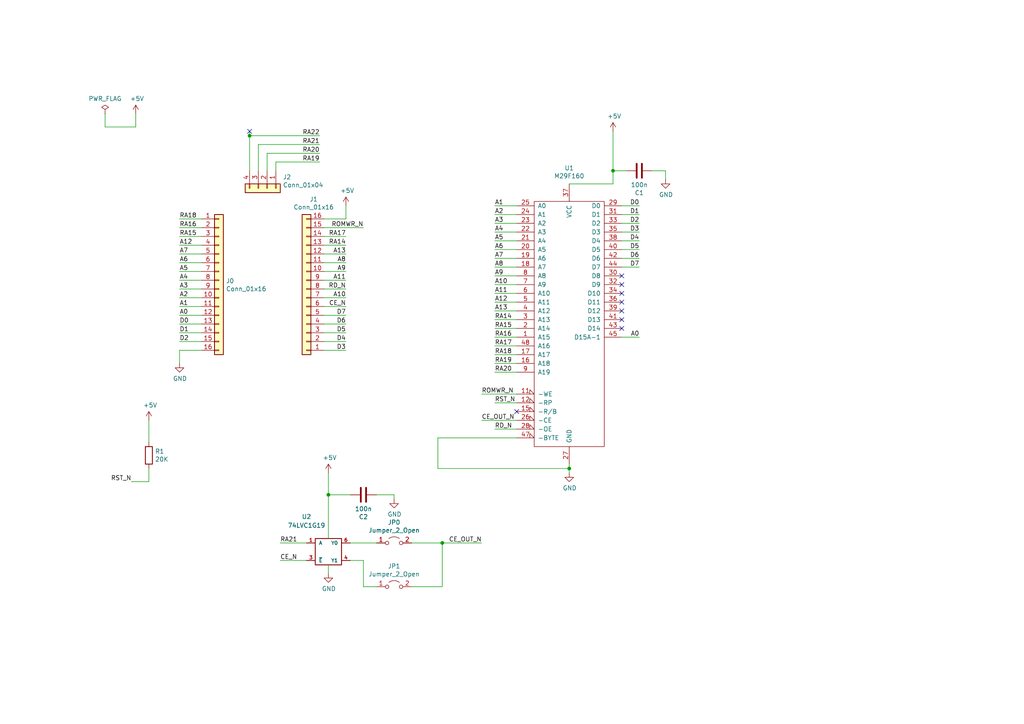
<source format=kicad_sch>
(kicad_sch (version 20211123) (generator eeschema)
  (paper "A4")
  (lib_symbols
    (symbol "74xGxx:74LVC1G19" (pin_names (offset 1.016))
      (property "Reference" "U" (at -2.54 5.08 0))
      (property "Value" "74LVC1G19" (at 0 -5.08 0))
      (symbol "74LVC1G19_0_1"
        (rectangle (start -3.81 3.81) (end 3.81 -3.81) (stroke (width 0.254)))
      )
      (symbol "74LVC1G19_1_1"
        (pin input line (at -6.35 2.54 0) (length 2.54) (name "A") (number "1"))
        (pin power_in line (at 0 -3.81 270) (length 0) hide (name "GND") (number "2"))
        (pin input line (at -6.35 -2.54 0) (length 2.54) (name "~{E}") (number "3"))
        (pin output line (at 6.35 -2.54 180) (length 2.54) (name "Y1") (number "4"))
        (pin power_in line (at 0 3.81 90) (length 0) hide (name "VCC") (number "5"))
        (pin output line (at 6.35 2.54 180) (length 2.54) (name "Y0") (number "6"))
      )
    )
    (symbol "Connector_Generic:Conn_01x04" (pin_names (offset 1.016) hide)
      (property "Reference" "J" (at 0 5.08 0))
      (property "Value" "Conn_01x04" (at 0 -7.62 0))
      (symbol "Conn_01x04_1_1"
        (rectangle (start -1.27 -4.953) (end 0 -5.207) (stroke (width 0.1524)))
        (rectangle (start -1.27 -2.413) (end 0 -2.667) (stroke (width 0.1524)))
        (rectangle (start -1.27 0.127) (end 0 -0.127) (stroke (width 0.1524)))
        (rectangle (start -1.27 2.667) (end 0 2.413) (stroke (width 0.1524)))
        (rectangle (start -1.27 3.81) (end 1.27 -6.35) (stroke (width 0.254)) (fill (type background)))
        (pin passive line (at -5.08 2.54 0) (length 3.81) (name "Pin_1") (number "1"))
        (pin passive line (at -5.08 0 0) (length 3.81) (name "Pin_2") (number "2"))
        (pin passive line (at -5.08 -2.54 0) (length 3.81) (name "Pin_3") (number "3"))
        (pin passive line (at -5.08 -5.08 0) (length 3.81) (name "Pin_4") (number "4"))
      )
    )
    (symbol "Connector_Generic:Conn_01x16" (pin_names (offset 1.016) hide)
      (property "Reference" "J" (at 0 20.32 0))
      (property "Value" "Conn_01x16" (at 0 -22.86 0))
      (symbol "Conn_01x16_1_1"
        (rectangle (start -1.27 -20.193) (end 0 -20.447) (stroke (width 0.1524)))
        (rectangle (start -1.27 -17.653) (end 0 -17.907) (stroke (width 0.1524)))
        (rectangle (start -1.27 -15.113) (end 0 -15.367) (stroke (width 0.1524)))
        (rectangle (start -1.27 -12.573) (end 0 -12.827) (stroke (width 0.1524)))
        (rectangle (start -1.27 -10.033) (end 0 -10.287) (stroke (width 0.1524)))
        (rectangle (start -1.27 -7.493) (end 0 -7.747) (stroke (width 0.1524)))
        (rectangle (start -1.27 -4.953) (end 0 -5.207) (stroke (width 0.1524)))
        (rectangle (start -1.27 -2.413) (end 0 -2.667) (stroke (width 0.1524)))
        (rectangle (start -1.27 0.127) (end 0 -0.127) (stroke (width 0.1524)))
        (rectangle (start -1.27 2.667) (end 0 2.413) (stroke (width 0.1524)))
        (rectangle (start -1.27 5.207) (end 0 4.953) (stroke (width 0.1524)))
        (rectangle (start -1.27 7.747) (end 0 7.493) (stroke (width 0.1524)))
        (rectangle (start -1.27 10.287) (end 0 10.033) (stroke (width 0.1524)))
        (rectangle (start -1.27 12.827) (end 0 12.573) (stroke (width 0.1524)))
        (rectangle (start -1.27 15.367) (end 0 15.113) (stroke (width 0.1524)))
        (rectangle (start -1.27 17.907) (end 0 17.653) (stroke (width 0.1524)))
        (rectangle (start -1.27 19.05) (end 1.27 -21.59) (stroke (width 0.254)) (fill (type background)))
        (pin passive line (at -5.08 17.78 0) (length 3.81) (name "Pin_1") (number "1"))
        (pin passive line (at -5.08 -5.08 0) (length 3.81) (name "Pin_10") (number "10"))
        (pin passive line (at -5.08 -7.62 0) (length 3.81) (name "Pin_11") (number "11"))
        (pin passive line (at -5.08 -10.16 0) (length 3.81) (name "Pin_12") (number "12"))
        (pin passive line (at -5.08 -12.7 0) (length 3.81) (name "Pin_13") (number "13"))
        (pin passive line (at -5.08 -15.24 0) (length 3.81) (name "Pin_14") (number "14"))
        (pin passive line (at -5.08 -17.78 0) (length 3.81) (name "Pin_15") (number "15"))
        (pin passive line (at -5.08 -20.32 0) (length 3.81) (name "Pin_16") (number "16"))
        (pin passive line (at -5.08 15.24 0) (length 3.81) (name "Pin_2") (number "2"))
        (pin passive line (at -5.08 12.7 0) (length 3.81) (name "Pin_3") (number "3"))
        (pin passive line (at -5.08 10.16 0) (length 3.81) (name "Pin_4") (number "4"))
        (pin passive line (at -5.08 7.62 0) (length 3.81) (name "Pin_5") (number "5"))
        (pin passive line (at -5.08 5.08 0) (length 3.81) (name "Pin_6") (number "6"))
        (pin passive line (at -5.08 2.54 0) (length 3.81) (name "Pin_7") (number "7"))
        (pin passive line (at -5.08 0 0) (length 3.81) (name "Pin_8") (number "8"))
        (pin passive line (at -5.08 -2.54 0) (length 3.81) (name "Pin_9") (number "9"))
      )
    )
    (symbol "Device:C" (pin_numbers hide) (pin_names (offset 0.254))
      (property "Reference" "C" (at 0.635 2.54 0))
      (property "Value" "C" (at 0.635 -2.54 0))
      (symbol "C_0_1"
        (polyline (pts (xy -2.032 -0.762) (xy 2.032 -0.762)) (stroke (width 0.508)))
        (polyline (pts (xy -2.032 0.762) (xy 2.032 0.762)) (stroke (width 0.508)))
      )
      (symbol "C_1_1"
        (pin passive line (at 0 3.81 270) (length 2.794) (name "~") (number "1"))
        (pin passive line (at 0 -3.81 90) (length 2.794) (name "~") (number "2"))
      )
    )
    (symbol "Device:R" (pin_numbers hide) (pin_names (offset 0))
      (property "Reference" "R" (at 2.032 0 90))
      (property "Value" "R" (at 0 0 90))
      (symbol "R_0_1"
        (rectangle (start -1.016 -2.54) (end 1.016 2.54) (stroke (width 0.254)))
      )
      (symbol "R_1_1"
        (pin passive line (at 0 3.81 270) (length 1.27) (name "~") (number "1"))
        (pin passive line (at 0 -3.81 90) (length 1.27) (name "~") (number "2"))
      )
    )
    (symbol "Jumper:Jumper_2_Open" (pin_names (offset 0) hide)
      (property "Reference" "JP" (at 0 2.794 0))
      (property "Value" "Jumper_2_Open" (at 0 -2.286 0))
      (symbol "Jumper_2_Open_0_0"
        (circle (center -2.032 0) (radius 0.508))
        (circle (center 2.032 0) (radius 0.508))
      )
      (symbol "Jumper_2_Open_0_1"
        (arc (start 1.524 1.27) (mid 0 1.778) (end -1.524 1.27))
      )
      (symbol "Jumper_2_Open_1_1"
        (pin passive line (at -5.08 0 0) (length 2.54) (name "A") (number "1"))
        (pin passive line (at 5.08 0 180) (length 2.54) (name "B") (number "2"))
      )
    )
    (symbol "ROMboardParts:M29F160" (pin_names (offset 1.016))
      (property "Reference" "U" (at -5.08 40.64 0))
      (property "Value" "M29F160" (at -5.08 38.1 0))
      (symbol "M29F160_0_1"
        (rectangle (start -10.16 35.56) (end 10.16 -35.56))
      )
      (symbol "M29F160_1_1"
        (pin input line (at -15.24 -3.81 0) (length 5.08) (name "A15") (number "1"))
        (pin no_connect line (at 15.24 -33.02 180) (length 5.08) hide (name "NC") (number "10"))
        (pin input input_low (at -15.24 -20.32 0) (length 5.08) (name "-WE") (number "11"))
        (pin input input_low (at -15.24 -22.86 0) (length 5.08) (name "-RP") (number "12"))
        (pin no_connect line (at 15.24 -30.48 180) (length 5.08) hide (name "NC") (number "13"))
        (pin no_connect line (at 15.24 -27.94 180) (length 5.08) hide (name "NC") (number "14"))
        (pin input input_low (at -15.24 -25.4 0) (length 5.08) (name "-R/B") (number "15"))
        (pin input line (at -15.24 -11.43 0) (length 5.08) (name "A18") (number "16"))
        (pin input line (at -15.24 -8.89 0) (length 5.08) (name "A17") (number "17"))
        (pin input line (at -15.24 16.51 0) (length 5.08) (name "A7") (number "18"))
        (pin input line (at -15.24 19.05 0) (length 5.08) (name "A6") (number "19"))
        (pin input line (at -15.24 -1.27 0) (length 5.08) (name "A14") (number "2"))
        (pin input line (at -15.24 21.59 0) (length 5.08) (name "A5") (number "20"))
        (pin input line (at -15.24 24.13 0) (length 5.08) (name "A4") (number "21"))
        (pin input line (at -15.24 26.67 0) (length 5.08) (name "A3") (number "22"))
        (pin input line (at -15.24 29.21 0) (length 5.08) (name "A2") (number "23"))
        (pin input line (at -15.24 31.75 0) (length 5.08) (name "A1") (number "24"))
        (pin input line (at -15.24 34.29 0) (length 5.08) (name "A0") (number "25"))
        (pin input input_low (at -15.24 -27.94 0) (length 5.08) (name "-CE") (number "26"))
        (pin power_in line (at 0 -40.64 90) (length 5.08) (name "GND") (number "27"))
        (pin input input_low (at -15.24 -30.48 0) (length 5.08) (name "-OE") (number "28"))
        (pin tri_state line (at 15.24 34.29 180) (length 5.08) (name "D0") (number "29"))
        (pin input line (at -15.24 1.27 0) (length 5.08) (name "A13") (number "3"))
        (pin tri_state line (at 15.24 13.97 180) (length 5.08) (name "D8") (number "30"))
        (pin tri_state line (at 15.24 31.75 180) (length 5.08) (name "D1") (number "31"))
        (pin tri_state line (at 15.24 11.43 180) (length 5.08) (name "D9") (number "32"))
        (pin tri_state line (at 15.24 29.21 180) (length 5.08) (name "D2") (number "33"))
        (pin tri_state line (at 15.24 8.89 180) (length 5.08) (name "D10") (number "34"))
        (pin tri_state line (at 15.24 26.67 180) (length 5.08) (name "D3") (number "35"))
        (pin tri_state line (at 15.24 6.35 180) (length 5.08) (name "D11") (number "36"))
        (pin power_in line (at 0 40.64 270) (length 5.08) (name "VCC") (number "37"))
        (pin tri_state line (at 15.24 24.13 180) (length 5.08) (name "D4") (number "38"))
        (pin tri_state line (at 15.24 3.81 180) (length 5.08) (name "D12") (number "39"))
        (pin input line (at -15.24 3.81 0) (length 5.08) (name "A12") (number "4"))
        (pin tri_state line (at 15.24 21.59 180) (length 5.08) (name "D5") (number "40"))
        (pin tri_state line (at 15.24 1.27 180) (length 5.08) (name "D13") (number "41"))
        (pin tri_state line (at 15.24 19.05 180) (length 5.08) (name "D6") (number "42"))
        (pin tri_state line (at 15.24 -1.27 180) (length 5.08) (name "D14") (number "43"))
        (pin tri_state line (at 15.24 16.51 180) (length 5.08) (name "D7") (number "44"))
        (pin tri_state line (at 15.24 -3.81 180) (length 5.08) (name "D15A-1") (number "45"))
        (pin passive line (at 0 -40.64 90) (length 5.08) hide (name "GND") (number "46"))
        (pin input input_low (at -15.24 -33.02 0) (length 5.08) (name "-BYTE") (number "47"))
        (pin input line (at -15.24 -6.35 0) (length 5.08) (name "A16") (number "48"))
        (pin input line (at -15.24 6.35 0) (length 5.08) (name "A11") (number "5"))
        (pin input line (at -15.24 8.89 0) (length 5.08) (name "A10") (number "6"))
        (pin input line (at -15.24 11.43 0) (length 5.08) (name "A9") (number "7"))
        (pin input line (at -15.24 13.97 0) (length 5.08) (name "A8") (number "8"))
        (pin input line (at -15.24 -13.97 0) (length 5.08) (name "A19") (number "9"))
      )
    )
    (symbol "power:+5V" (power) (pin_names (offset 0))
      (property "Value" "+5V" (at 0 3.556 0))
      (symbol "+5V_0_1"
        (polyline (pts (xy -0.762 1.27) (xy 0 2.54)))
        (polyline (pts (xy 0 0) (xy 0 2.54)))
        (polyline (pts (xy 0 2.54) (xy 0.762 1.27)))
      )
      (symbol "+5V_1_1"
        (pin power_in line (at 0 0 90) (length 0) hide (name "+5V") (number "1"))
      )
    )
    (symbol "power:GND" (power) (pin_names (offset 0))
      (property "Value" "GND" (at 0 -3.81 0))
      (symbol "GND_0_1"
        (polyline (pts (xy 0 0) (xy 0 -1.27) (xy 1.27 -1.27) (xy 0 -2.54) (xy -1.27 -1.27) (xy 0 -1.27)))
      )
      (symbol "GND_1_1"
        (pin power_in line (at 0 0 270) (length 0) hide (name "GND") (number "1"))
      )
    )
    (symbol "power:PWR_FLAG" (power) (pin_numbers hide) (pin_names (offset 0) hide)
      (property "Value" "PWR_FLAG" (at 0 3.81 0))
      (symbol "PWR_FLAG_0_0"
        (pin power_out line (at 0 0 90) (length 0) (name "pwr") (number "1"))
      )
      (symbol "PWR_FLAG_0_1"
        (polyline (pts (xy 0 0) (xy 0 1.27) (xy -1.016 1.905) (xy 0 2.54) (xy 1.016 1.905) (xy 0 1.27)))
      )
    )
  )
  (junction (at 72.39 39.37))
  (junction (at 165.1 135.89))
  (junction (at 128.27 157.48))
  (junction (at 177.8 49.53))
  (junction (at 95.25 143.51))
  (no_connect (at 180.34 92.71))
  (no_connect (at 180.34 85.09))
  (no_connect (at 72.39 38.1))
  (no_connect (at 149.86 119.38))
  (no_connect (at 180.34 95.25))
  (no_connect (at 180.34 87.63))
  (no_connect (at 180.34 90.17))
  (no_connect (at 180.34 82.55))
  (no_connect (at 180.34 80.01))
  (wire (pts (xy 180.34 59.69) (xy 185.42 59.69)))
  (wire (pts (xy 189.23 49.53) (xy 193.04 49.53)))
  (wire (pts (xy 58.42 86.36) (xy 52.07 86.36)))
  (wire (pts (xy 143.51 105.41) (xy 149.86 105.41)))
  (wire (pts (xy 143.51 74.93) (xy 149.86 74.93)))
  (wire (pts (xy 143.51 64.77) (xy 149.86 64.77)))
  (wire (pts (xy 52.07 73.66) (xy 58.42 73.66)))
  (wire (pts (xy 177.8 53.34) (xy 177.8 49.53)))
  (wire (pts (xy 143.51 116.84) (xy 149.86 116.84)))
  (wire (pts (xy 105.41 66.04) (xy 93.98 66.04)))
  (wire (pts (xy 38.1 139.7) (xy 43.18 139.7)))
  (wire (pts (xy 127 127) (xy 149.86 127)))
  (wire (pts (xy 100.33 81.28) (xy 93.98 81.28)))
  (wire (pts (xy 143.51 69.85) (xy 149.86 69.85)))
  (wire (pts (xy 72.39 39.37) (xy 72.39 38.1)))
  (wire (pts (xy 105.41 162.56) (xy 105.41 170.18)))
  (wire (pts (xy 100.33 63.5) (xy 100.33 59.69)))
  (wire (pts (xy 92.71 41.91) (xy 74.93 41.91)))
  (wire (pts (xy 180.34 67.31) (xy 185.42 67.31)))
  (wire (pts (xy 100.33 68.58) (xy 93.98 68.58)))
  (wire (pts (xy 143.51 77.47) (xy 149.86 77.47)))
  (wire (pts (xy 100.33 101.6) (xy 93.98 101.6)))
  (wire (pts (xy 143.51 90.17) (xy 149.86 90.17)))
  (wire (pts (xy 39.37 36.83) (xy 39.37 33.02)))
  (wire (pts (xy 100.33 71.12) (xy 93.98 71.12)))
  (wire (pts (xy 139.7 114.3) (xy 149.86 114.3)))
  (wire (pts (xy 100.33 88.9) (xy 93.98 88.9)))
  (wire (pts (xy 52.07 78.74) (xy 58.42 78.74)))
  (wire (pts (xy 58.42 93.98) (xy 52.07 93.98)))
  (wire (pts (xy 95.25 166.37) (xy 95.25 163.83)))
  (wire (pts (xy 109.22 143.51) (xy 114.3 143.51)))
  (wire (pts (xy 58.42 71.12) (xy 52.07 71.12)))
  (wire (pts (xy 143.51 102.87) (xy 149.86 102.87)))
  (wire (pts (xy 165.1 135.89) (xy 165.1 137.16)))
  (wire (pts (xy 100.33 83.82) (xy 93.98 83.82)))
  (wire (pts (xy 93.98 63.5) (xy 100.33 63.5)))
  (wire (pts (xy 165.1 135.89) (xy 165.1 134.62)))
  (wire (pts (xy 95.25 143.51) (xy 95.25 156.21)))
  (wire (pts (xy 143.51 59.69) (xy 149.86 59.69)))
  (wire (pts (xy 127 135.89) (xy 127 127)))
  (wire (pts (xy 185.42 69.85) (xy 180.34 69.85)))
  (wire (pts (xy 58.42 76.2) (xy 52.07 76.2)))
  (wire (pts (xy 92.71 46.99) (xy 80.01 46.99)))
  (wire (pts (xy 180.34 97.79) (xy 185.42 97.79)))
  (wire (pts (xy 119.38 157.48) (xy 128.27 157.48)))
  (wire (pts (xy 88.9 162.56) (xy 81.28 162.56)))
  (wire (pts (xy 43.18 139.7) (xy 43.18 135.89)))
  (wire (pts (xy 165.1 135.89) (xy 127 135.89)))
  (wire (pts (xy 100.33 73.66) (xy 93.98 73.66)))
  (wire (pts (xy 100.33 96.52) (xy 93.98 96.52)))
  (wire (pts (xy 80.01 46.99) (xy 80.01 49.53)))
  (wire (pts (xy 58.42 68.58) (xy 52.07 68.58)))
  (wire (pts (xy 58.42 81.28) (xy 52.07 81.28)))
  (wire (pts (xy 143.51 62.23) (xy 149.86 62.23)))
  (wire (pts (xy 181.61 49.53) (xy 177.8 49.53)))
  (wire (pts (xy 58.42 63.5) (xy 52.07 63.5)))
  (wire (pts (xy 92.71 44.45) (xy 77.47 44.45)))
  (wire (pts (xy 95.25 137.16) (xy 95.25 143.51)))
  (wire (pts (xy 81.28 157.48) (xy 88.9 157.48)))
  (wire (pts (xy 52.07 88.9) (xy 58.42 88.9)))
  (wire (pts (xy 58.42 101.6) (xy 52.07 101.6)))
  (wire (pts (xy 93.98 86.36) (xy 100.33 86.36)))
  (wire (pts (xy 77.47 44.45) (xy 77.47 49.53)))
  (wire (pts (xy 180.34 62.23) (xy 185.42 62.23)))
  (wire (pts (xy 143.51 95.25) (xy 149.86 95.25)))
  (wire (pts (xy 52.07 101.6) (xy 52.07 105.41)))
  (wire (pts (xy 74.93 41.91) (xy 74.93 49.53)))
  (wire (pts (xy 30.48 33.02) (xy 30.48 36.83)))
  (wire (pts (xy 180.34 72.39) (xy 185.42 72.39)))
  (wire (pts (xy 100.33 99.06) (xy 93.98 99.06)))
  (wire (pts (xy 114.3 143.51) (xy 114.3 144.78)))
  (wire (pts (xy 180.34 64.77) (xy 185.42 64.77)))
  (wire (pts (xy 143.51 107.95) (xy 149.86 107.95)))
  (wire (pts (xy 95.25 143.51) (xy 101.6 143.51)))
  (wire (pts (xy 100.33 91.44) (xy 93.98 91.44)))
  (wire (pts (xy 180.34 77.47) (xy 185.42 77.47)))
  (wire (pts (xy 143.51 92.71) (xy 149.86 92.71)))
  (wire (pts (xy 100.33 76.2) (xy 93.98 76.2)))
  (wire (pts (xy 105.41 170.18) (xy 109.22 170.18)))
  (wire (pts (xy 58.42 91.44) (xy 52.07 91.44)))
  (wire (pts (xy 92.71 39.37) (xy 72.39 39.37)))
  (wire (pts (xy 149.86 124.46) (xy 143.51 124.46)))
  (wire (pts (xy 52.07 66.04) (xy 58.42 66.04)))
  (wire (pts (xy 52.07 83.82) (xy 58.42 83.82)))
  (wire (pts (xy 177.8 38.1) (xy 177.8 49.53)))
  (wire (pts (xy 101.6 157.48) (xy 109.22 157.48)))
  (wire (pts (xy 128.27 157.48) (xy 128.27 170.18)))
  (wire (pts (xy 143.51 100.33) (xy 149.86 100.33)))
  (wire (pts (xy 58.42 99.06) (xy 52.07 99.06)))
  (wire (pts (xy 143.51 85.09) (xy 149.86 85.09)))
  (wire (pts (xy 165.1 53.34) (xy 177.8 53.34)))
  (wire (pts (xy 185.42 74.93) (xy 180.34 74.93)))
  (wire (pts (xy 128.27 170.18) (xy 119.38 170.18)))
  (wire (pts (xy 143.51 87.63) (xy 149.86 87.63)))
  (wire (pts (xy 143.51 72.39) (xy 149.86 72.39)))
  (wire (pts (xy 143.51 97.79) (xy 149.86 97.79)))
  (wire (pts (xy 143.51 82.55) (xy 149.86 82.55)))
  (wire (pts (xy 193.04 49.53) (xy 193.04 52.07)))
  (wire (pts (xy 100.33 93.98) (xy 93.98 93.98)))
  (wire (pts (xy 128.27 157.48) (xy 139.7 157.48)))
  (wire (pts (xy 101.6 162.56) (xy 105.41 162.56)))
  (wire (pts (xy 43.18 121.92) (xy 43.18 128.27)))
  (wire (pts (xy 100.33 78.74) (xy 93.98 78.74)))
  (wire (pts (xy 72.39 39.37) (xy 72.39 49.53)))
  (wire (pts (xy 30.48 36.83) (xy 39.37 36.83)))
  (wire (pts (xy 139.7 121.92) (xy 149.86 121.92)))
  (wire (pts (xy 143.51 80.01) (xy 149.86 80.01)))
  (wire (pts (xy 143.51 67.31) (xy 149.86 67.31)))
  (wire (pts (xy 52.07 96.52) (xy 58.42 96.52)))
  (label "RA15" (at 143.51 95.25 0))
  (label "RA19" (at 92.71 46.99 180))
  (label "CE_N" (at 100.33 88.9 180))
  (label "RA19" (at 143.51 105.41 0))
  (label "RST_N" (at 143.51 116.84 0))
  (label "RA14" (at 143.51 92.71 0))
  (label "D2" (at 185.42 64.77 180))
  (label "A6" (at 143.51 72.39 0))
  (label "RA14" (at 100.33 71.12 180))
  (label "A9" (at 143.51 80.01 0))
  (label "D2" (at 52.07 99.06 0))
  (label "A1" (at 143.51 59.69 0))
  (label "D5" (at 100.33 96.52 180))
  (label "RD_N" (at 100.33 83.82 180))
  (label "D7" (at 185.42 77.47 180))
  (label "RA22" (at 92.71 39.37 180))
  (label "ROMWR_N" (at 139.7 114.3 0))
  (label "RA21" (at 92.71 41.91 180))
  (label "A2" (at 52.07 86.36 0))
  (label "D0" (at 185.42 59.69 180))
  (label "RA16" (at 143.51 97.79 0))
  (label "RA17" (at 143.51 100.33 0))
  (label "A7" (at 143.51 74.93 0))
  (label "A12" (at 52.07 71.12 0))
  (label "A10" (at 143.51 82.55 0))
  (label "D3" (at 185.42 67.31 180))
  (label "A0" (at 185.42 97.79 180))
  (label "A8" (at 100.33 76.2 180))
  (label "A11" (at 100.33 81.28 180))
  (label "A11" (at 143.51 85.09 0))
  (label "ROMWR_N" (at 105.41 66.04 180))
  (label "RST_N" (at 38.1 139.7 180))
  (label "RD_N" (at 143.51 124.46 0))
  (label "RA21" (at 81.28 157.48 0))
  (label "RA16" (at 52.07 66.04 0))
  (label "CE_OUT_N" (at 139.7 157.48 180))
  (label "A5" (at 143.51 69.85 0))
  (label "RA18" (at 143.51 102.87 0))
  (label "D1" (at 52.07 96.52 0))
  (label "A13" (at 143.51 90.17 0))
  (label "D4" (at 185.42 69.85 180))
  (label "D0" (at 52.07 93.98 0))
  (label "D6" (at 185.42 74.93 180))
  (label "A4" (at 143.51 67.31 0))
  (label "A10" (at 100.33 86.36 180))
  (label "A3" (at 52.07 83.82 0))
  (label "RA18" (at 52.07 63.5 0))
  (label "RA20" (at 92.71 44.45 180))
  (label "RA17" (at 100.33 68.58 180))
  (label "RA20" (at 143.51 107.95 0))
  (label "A4" (at 52.07 81.28 0))
  (label "D7" (at 100.33 91.44 180))
  (label "D5" (at 185.42 72.39 180))
  (label "CE_N" (at 81.28 162.56 0))
  (label "A7" (at 52.07 73.66 0))
  (label "A1" (at 52.07 88.9 0))
  (label "A3" (at 143.51 64.77 0))
  (label "D4" (at 100.33 99.06 180))
  (label "RA15" (at 52.07 68.58 0))
  (label "A5" (at 52.07 78.74 0))
  (label "D1" (at 185.42 62.23 180))
  (label "A8" (at 143.51 77.47 0))
  (label "A0" (at 52.07 91.44 0))
  (label "CE_OUT_N" (at 139.7 121.92 0))
  (label "A2" (at 143.51 62.23 0))
  (label "A13" (at 100.33 73.66 180))
  (label "A12" (at 143.51 87.63 0))
  (label "A9" (at 100.33 78.74 180))
  (label "A6" (at 52.07 76.2 0))
  (label "D6" (at 100.33 93.98 180))
  (label "D3" (at 100.33 101.6 180))
  (symbol (lib_id "ROMboardParts:M29F160") (at 165.1 93.98 0) (unit 1)
    (property "Reference" "U1" (at 165.1 48.7426 0))
    (property "Value" "M29F160" (at 165.1 51.054 0))
    (property "Footprint" "Package_SO:TSOP-I-48_18.4x12mm_P0.5mm" (effects hide))
  )
  (symbol (lib_id "Connector_Generic:Conn_01x16") (at 63.5 81.28 0) (unit 1)
    (property "Reference" "J0" (at 65.532 81.4832 0) (effects (justify left)))
    (property "Value" "Conn_01x16" (at 65.532 83.7946 0) (effects (justify left)))
    (property "Footprint" "Connector_PinHeader_2.54mm:PinHeader_1x16_P2.54mm_Vertical" (effects hide))
  )
  (symbol (lib_id "Connector_Generic:Conn_01x16") (at 88.9 83.82 180) (unit 1)
    (property "Reference" "J1" (at 90.9828 57.785 0))
    (property "Value" "Conn_01x16" (at 90.9828 60.0964 0))
    (property "Footprint" "Connector_PinHeader_2.54mm:PinHeader_1x16_P2.54mm_Vertical" (effects hide))
  )
  (symbol (lib_id "power:GND") (at 52.07 105.41 0) (unit 1)
    (property "Reference" "#PWR0101" (effects hide))
    (property "Value" "GND" (at 52.197 109.8042 0))
  )
  (symbol (lib_id "power:+5V") (at 100.33 59.69 0) (unit 1)
    (property "Reference" "#PWR0102" (effects hide))
    (property "Value" "+5V" (at 100.711 55.2958 0))
  )
  (symbol (lib_id "power:+5V") (at 177.8 38.1 0) (unit 1)
    (property "Reference" "#PWR0103" (effects hide))
    (property "Value" "+5V" (at 178.181 33.7058 0))
  )
  (symbol (lib_id "power:GND") (at 193.04 52.07 0) (unit 1)
    (property "Reference" "#PWR0105" (effects hide))
    (property "Value" "GND" (at 193.167 56.4642 0))
  )
  (symbol (lib_id "power:GND") (at 165.1 137.16 0) (unit 1)
    (property "Reference" "#PWR0107" (effects hide))
    (property "Value" "GND" (at 165.227 141.5542 0))
  )
  (symbol (lib_id "Device:R") (at 43.18 132.08 0) (unit 1)
    (property "Reference" "R1" (at 44.958 130.9116 0) (effects (justify left)))
    (property "Value" "20K" (at 44.958 133.223 0) (effects (justify left)))
    (property "Footprint" "Resistor_THT:R_Axial_DIN0207_L6.3mm_D2.5mm_P10.16mm_Horizontal" (effects hide))
  )
  (symbol (lib_id "power:+5V") (at 43.18 121.92 0) (unit 1)
    (property "Reference" "#PWR0108" (effects hide))
    (property "Value" "+5V" (at 43.561 117.5258 0))
  )
  (symbol (lib_id "Connector_Generic:Conn_01x04") (at 77.47 54.61 270) (unit 1)
    (property "Reference" "J2" (at 82.042 51.3588 90) (effects (justify left)))
    (property "Value" "Conn_01x04" (at 82.042 53.6702 90) (effects (justify left)))
    (property "Footprint" "Connector_PinHeader_2.54mm:PinHeader_1x04_P2.54mm_Vertical" (effects hide))
  )
  (symbol (lib_id "Device:C") (at 185.42 49.53 90) (unit 1)
    (property "Reference" "C1" (at 185.42 55.9308 90))
    (property "Value" "100n" (at 185.42 53.6194 90))
    (property "Footprint" "Capacitor_THT:CP_Radial_D5.0mm_P2.50mm" (effects hide))
  )
  (symbol (lib_id "power:PWR_FLAG") (at 30.48 33.02 0) (unit 1)
    (property "Reference" "#FLG0101" (effects hide))
    (property "Value" "PWR_FLAG" (at 30.48 28.6258 0))
  )
  (symbol (lib_id "power:+5V") (at 39.37 33.02 0) (unit 1)
    (property "Reference" "#PWR0112" (effects hide))
    (property "Value" "+5V" (at 39.751 28.6258 0))
  )
  (symbol (lib_id "Jumper:Jumper_2_Open") (at 114.3 157.48 0) (unit 1)
    (property "Reference" "JP0" (at 114.3 151.511 0))
    (property "Value" "Jumper_2_Open" (at 114.3 153.8224 0))
    (property "Footprint" "Jumper:SolderJumper-2_P1.3mm_Open_Pad1.0x1.5mm" (effects hide))
  )
  (symbol (lib_id "Jumper:Jumper_2_Open") (at 114.3 170.18 0) (unit 1)
    (property "Reference" "JP1" (at 114.3 164.211 0))
    (property "Value" "Jumper_2_Open" (at 114.3 166.5224 0))
    (property "Footprint" "Jumper:SolderJumper-2_P1.3mm_Open_Pad1.0x1.5mm" (effects hide))
  )
  (symbol (lib_id "74xGxx:74LVC1G19") (at 95.25 160.02 0) (unit 1)
    (property "Reference" "U2" (at 88.9 149.86 0))
    (property "Value" "74LVC1G19" (at 88.9 152.4 0))
    (property "Footprint" "Package_TO_SOT_SMD:TSOT-23-6_HandSoldering" (effects hide))
    (property "Datasheet" "http://www.ti.com/lit/sg/scyt129e/scyt129e.pdf" (effects hide))
  )
  (symbol (lib_id "power:+5V") (at 95.25 137.16 0) (unit 1)
    (property "Reference" "#PWR0104" (effects hide))
    (property "Value" "+5V" (at 95.631 132.7658 0))
  )
  (symbol (lib_id "power:GND") (at 95.25 166.37 0) (unit 1)
    (property "Reference" "#PWR0106" (effects hide))
    (property "Value" "GND" (at 95.377 170.7642 0))
  )
  (symbol (lib_id "Device:C") (at 105.41 143.51 90) (unit 1)
    (property "Reference" "C2" (at 105.41 149.9108 90))
    (property "Value" "100n" (at 105.41 147.5994 90))
    (property "Footprint" "Capacitor_THT:CP_Radial_D5.0mm_P2.50mm" (effects hide))
  )
  (symbol (lib_id "power:GND") (at 114.3 144.78 0) (unit 1)
    (property "Reference" "#PWR0109" (effects hide))
    (property "Value" "GND" (at 114.427 149.1742 0))
  )
)
</source>
